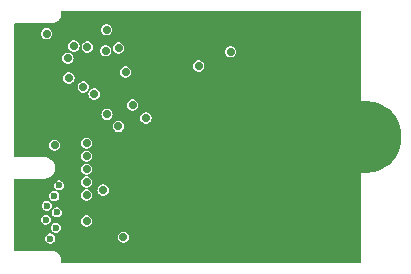
<source format=gbr>
G04 #@! TF.GenerationSoftware,KiCad,Pcbnew,7.0.2-1.fc38*
G04 #@! TF.CreationDate,2023-05-11T21:02:33-04:00*
G04 #@! TF.ProjectId,m2-sd-card,6d322d73-642d-4636-9172-642e6b696361,v0.5.0*
G04 #@! TF.SameCoordinates,PX71581d0PY6410748*
G04 #@! TF.FileFunction,Copper,L3,Inr*
G04 #@! TF.FilePolarity,Positive*
%FSLAX46Y46*%
G04 Gerber Fmt 4.6, Leading zero omitted, Abs format (unit mm)*
G04 Created by KiCad (PCBNEW 7.0.2-1.fc38) date 2023-05-11 21:02:33*
%MOMM*%
%LPD*%
G01*
G04 APERTURE LIST*
G04 #@! TA.AperFunction,ComponentPad*
%ADD10C,6.150000*%
G04 #@! TD*
G04 #@! TA.AperFunction,ViaPad*
%ADD11C,0.700000*%
G04 #@! TD*
G04 #@! TA.AperFunction,ViaPad*
%ADD12C,0.600000*%
G04 #@! TD*
G04 APERTURE END LIST*
D10*
X30000000Y9925000D03*
D11*
X11478076Y11530967D03*
X3738533Y9224369D03*
D12*
X3380600Y1327027D03*
D11*
X6450000Y6100000D03*
X3070000Y18675000D03*
X6450000Y3900000D03*
X6450000Y10950000D03*
X4015172Y674666D03*
X15550000Y19025000D03*
X3850000Y11725000D03*
X13850000Y16025000D03*
X12350000Y20125000D03*
X7173340Y19675131D03*
X10619000Y14230436D03*
X14550000Y19025000D03*
X13850000Y15025000D03*
X4950000Y20175270D03*
D12*
X2991924Y13031807D03*
D11*
X4750000Y13925000D03*
X14550000Y20125000D03*
X4868427Y16593365D03*
D12*
X3848486Y2240268D03*
D11*
X8150000Y19001817D03*
D12*
X3018866Y2927744D03*
D11*
X9750000Y15425000D03*
X18650000Y17145000D03*
X9562817Y1430315D03*
D12*
X3916335Y3538267D03*
D11*
X6510859Y17544327D03*
X5372538Y17632817D03*
D12*
X3087158Y4108586D03*
D11*
X9163172Y17455814D03*
D12*
X3712216Y4921620D03*
X4130000Y5825000D03*
D11*
X8076503Y17225000D03*
X10350000Y12625000D03*
X6450000Y9400000D03*
X9150000Y10825000D03*
X6450000Y8300000D03*
X8183155Y11841617D03*
X6450000Y7200000D03*
X6450000Y5000000D03*
X4950000Y14925000D03*
X7095728Y13560982D03*
X6450000Y2800000D03*
X7850000Y5425000D03*
X6169565Y14166662D03*
X15950000Y15925000D03*
G04 #@! TA.AperFunction,Conductor*
G36*
X29681194Y20606194D02*
G01*
X29699500Y20562000D01*
X29699500Y-712000D01*
X29681194Y-756194D01*
X29637000Y-774500D01*
X4363000Y-774500D01*
X4318806Y-756194D01*
X4300500Y-712000D01*
X4300500Y-472156D01*
X4300500Y-421158D01*
X4269737Y-266503D01*
X4209394Y-120821D01*
X4121789Y10289D01*
X4010289Y121789D01*
X3879179Y209394D01*
X3733497Y269737D01*
X3733495Y269738D01*
X3578843Y300500D01*
X3578842Y300500D01*
X3556173Y300500D01*
X363000Y300500D01*
X318806Y318806D01*
X300500Y363000D01*
X300500Y1327027D01*
X2948703Y1327027D01*
X2966199Y1205348D01*
X3017265Y1093527D01*
X3097768Y1000622D01*
X3201184Y934161D01*
X3319134Y899527D01*
X3319135Y899527D01*
X3442066Y899527D01*
X3501040Y916845D01*
X3560016Y934161D01*
X3663432Y1000622D01*
X3743934Y1093526D01*
X3795001Y1205348D01*
X3812496Y1327027D01*
X3797645Y1430315D01*
X9080406Y1430315D01*
X9099948Y1294404D01*
X9156987Y1169504D01*
X9246906Y1065734D01*
X9362416Y991499D01*
X9494162Y952815D01*
X9494163Y952815D01*
X9631472Y952815D01*
X9763217Y991499D01*
X9763216Y991499D01*
X9878728Y1065734D01*
X9968646Y1169504D01*
X10025686Y1294404D01*
X10045227Y1430315D01*
X10025686Y1566226D01*
X9968646Y1691126D01*
X9968646Y1691127D01*
X9878727Y1794897D01*
X9763217Y1869132D01*
X9631472Y1907815D01*
X9631471Y1907815D01*
X9494163Y1907815D01*
X9494162Y1907815D01*
X9362416Y1869132D01*
X9246906Y1794897D01*
X9156987Y1691127D01*
X9099948Y1566227D01*
X9080406Y1430315D01*
X3797645Y1430315D01*
X3795001Y1448706D01*
X3743934Y1560528D01*
X3663432Y1653432D01*
X3663431Y1653433D01*
X3560015Y1719894D01*
X3442066Y1754527D01*
X3442065Y1754527D01*
X3319135Y1754527D01*
X3319134Y1754527D01*
X3201184Y1719894D01*
X3097768Y1653433D01*
X3017265Y1560528D01*
X2966199Y1448707D01*
X2948703Y1327027D01*
X300500Y1327027D01*
X300500Y2240269D01*
X3416589Y2240269D01*
X3434085Y2118589D01*
X3485151Y2006768D01*
X3565654Y1913863D01*
X3669070Y1847402D01*
X3787020Y1812768D01*
X3787021Y1812768D01*
X3909952Y1812768D01*
X3968926Y1830085D01*
X4027902Y1847402D01*
X4131318Y1913863D01*
X4211820Y2006767D01*
X4262887Y2118589D01*
X4280382Y2240268D01*
X4262887Y2361947D01*
X4211820Y2473769D01*
X4131318Y2566673D01*
X4131317Y2566674D01*
X4027901Y2633135D01*
X3909952Y2667768D01*
X3909951Y2667768D01*
X3787021Y2667768D01*
X3787020Y2667768D01*
X3669070Y2633135D01*
X3565654Y2566674D01*
X3485151Y2473769D01*
X3434085Y2361948D01*
X3416589Y2240269D01*
X300500Y2240269D01*
X300500Y2927745D01*
X2586969Y2927745D01*
X2604465Y2806065D01*
X2655531Y2694244D01*
X2736034Y2601339D01*
X2839450Y2534878D01*
X2957400Y2500244D01*
X2957401Y2500244D01*
X3080332Y2500244D01*
X3139306Y2517561D01*
X3198282Y2534878D01*
X3301698Y2601339D01*
X3382200Y2694243D01*
X3430497Y2800000D01*
X5967589Y2800000D01*
X5987131Y2664089D01*
X6044170Y2539189D01*
X6134089Y2435419D01*
X6249599Y2361184D01*
X6381345Y2322500D01*
X6381346Y2322500D01*
X6518655Y2322500D01*
X6650400Y2361184D01*
X6651589Y2361948D01*
X6765911Y2435419D01*
X6855829Y2539189D01*
X6912869Y2664089D01*
X6932410Y2800000D01*
X6912869Y2935911D01*
X6861030Y3049423D01*
X6855829Y3060812D01*
X6765910Y3164582D01*
X6650400Y3238817D01*
X6518655Y3277500D01*
X6518654Y3277500D01*
X6381346Y3277500D01*
X6381345Y3277500D01*
X6249599Y3238817D01*
X6134089Y3164582D01*
X6044170Y3060812D01*
X5987131Y2935912D01*
X5967589Y2800000D01*
X3430497Y2800000D01*
X3433267Y2806065D01*
X3450762Y2927744D01*
X3433267Y3049423D01*
X3382200Y3161245D01*
X3301698Y3254149D01*
X3301697Y3254150D01*
X3198281Y3320611D01*
X3080332Y3355244D01*
X3080331Y3355244D01*
X2957401Y3355244D01*
X2957400Y3355244D01*
X2839450Y3320611D01*
X2736034Y3254150D01*
X2655531Y3161245D01*
X2604465Y3049424D01*
X2586969Y2927745D01*
X300500Y2927745D01*
X300500Y3538268D01*
X3484438Y3538268D01*
X3501934Y3416588D01*
X3553000Y3304767D01*
X3633503Y3211862D01*
X3736919Y3145401D01*
X3854869Y3110767D01*
X3854870Y3110767D01*
X3977801Y3110767D01*
X4036775Y3128084D01*
X4095751Y3145401D01*
X4199167Y3211862D01*
X4279669Y3304766D01*
X4330736Y3416588D01*
X4348231Y3538267D01*
X4330736Y3659946D01*
X4279669Y3771768D01*
X4199167Y3864672D01*
X4199166Y3864673D01*
X4095750Y3931134D01*
X3977801Y3965767D01*
X3977800Y3965767D01*
X3854870Y3965767D01*
X3854869Y3965767D01*
X3736919Y3931134D01*
X3633503Y3864673D01*
X3553000Y3771768D01*
X3501934Y3659947D01*
X3484438Y3538268D01*
X300500Y3538268D01*
X300500Y4108586D01*
X2655261Y4108586D01*
X2672757Y3986907D01*
X2723823Y3875086D01*
X2804326Y3782181D01*
X2907742Y3715720D01*
X3025692Y3681086D01*
X3025693Y3681086D01*
X3148624Y3681086D01*
X3207598Y3698403D01*
X3266574Y3715720D01*
X3369990Y3782181D01*
X3450492Y3875085D01*
X3501559Y3986907D01*
X3519054Y4108586D01*
X3501559Y4230265D01*
X3450492Y4342087D01*
X3369990Y4434991D01*
X3369989Y4434992D01*
X3266573Y4501453D01*
X3148624Y4536086D01*
X3148623Y4536086D01*
X3025693Y4536086D01*
X3025692Y4536086D01*
X2907742Y4501453D01*
X2804326Y4434992D01*
X2723823Y4342087D01*
X2672757Y4230266D01*
X2655261Y4108586D01*
X300500Y4108586D01*
X300500Y4921620D01*
X3280319Y4921620D01*
X3297815Y4799941D01*
X3348881Y4688120D01*
X3429384Y4595215D01*
X3532800Y4528754D01*
X3650750Y4494120D01*
X3650751Y4494120D01*
X3773682Y4494120D01*
X3832656Y4511437D01*
X3891632Y4528754D01*
X3995048Y4595215D01*
X4075550Y4688119D01*
X4126617Y4799941D01*
X4144112Y4921620D01*
X4132842Y5000001D01*
X5967589Y5000001D01*
X5987131Y4864089D01*
X6044170Y4739189D01*
X6134089Y4635419D01*
X6249599Y4561184D01*
X6381345Y4522500D01*
X6381346Y4522500D01*
X6518655Y4522500D01*
X6650400Y4561184D01*
X6650400Y4561185D01*
X6765911Y4635419D01*
X6855829Y4739189D01*
X6912869Y4864089D01*
X6932410Y5000000D01*
X6912869Y5135911D01*
X6881877Y5203772D01*
X6855829Y5260812D01*
X6765910Y5364582D01*
X6671899Y5425000D01*
X7367589Y5425000D01*
X7387131Y5289089D01*
X7444170Y5164189D01*
X7534089Y5060419D01*
X7649599Y4986184D01*
X7781345Y4947500D01*
X7781346Y4947500D01*
X7918655Y4947500D01*
X8050400Y4986184D01*
X8071898Y5000000D01*
X8165911Y5060419D01*
X8255829Y5164189D01*
X8312869Y5289089D01*
X8332410Y5425000D01*
X8312869Y5560911D01*
X8255829Y5685811D01*
X8255829Y5685812D01*
X8165910Y5789582D01*
X8050400Y5863817D01*
X7918655Y5902500D01*
X7918654Y5902500D01*
X7781346Y5902500D01*
X7781345Y5902500D01*
X7649599Y5863817D01*
X7534089Y5789582D01*
X7444170Y5685812D01*
X7387131Y5560912D01*
X7367589Y5425000D01*
X6671899Y5425000D01*
X6650400Y5438817D01*
X6518655Y5477500D01*
X6518654Y5477500D01*
X6381346Y5477500D01*
X6381345Y5477500D01*
X6249599Y5438817D01*
X6134089Y5364582D01*
X6044170Y5260812D01*
X5987131Y5135912D01*
X5967589Y5000001D01*
X4132842Y5000001D01*
X4126617Y5043299D01*
X4075550Y5155121D01*
X3995048Y5248025D01*
X3995047Y5248026D01*
X3891631Y5314487D01*
X3773682Y5349120D01*
X3773681Y5349120D01*
X3650751Y5349120D01*
X3650750Y5349120D01*
X3532800Y5314487D01*
X3429384Y5248026D01*
X3348881Y5155121D01*
X3297815Y5043300D01*
X3280319Y4921620D01*
X300500Y4921620D01*
X300500Y5825001D01*
X3698103Y5825001D01*
X3715599Y5703321D01*
X3766665Y5591500D01*
X3847168Y5498595D01*
X3950584Y5432134D01*
X4068534Y5397500D01*
X4068535Y5397500D01*
X4191466Y5397500D01*
X4285120Y5425000D01*
X4309416Y5432134D01*
X4412832Y5498595D01*
X4493334Y5591499D01*
X4544401Y5703321D01*
X4561896Y5825000D01*
X4544401Y5946679D01*
X4493334Y6058501D01*
X4457375Y6100000D01*
X5967589Y6100000D01*
X5987131Y5964089D01*
X6044170Y5839189D01*
X6134089Y5735419D01*
X6249599Y5661184D01*
X6381345Y5622500D01*
X6381346Y5622500D01*
X6518655Y5622500D01*
X6650400Y5661184D01*
X6688720Y5685811D01*
X6765911Y5735419D01*
X6855829Y5839189D01*
X6912869Y5964089D01*
X6932410Y6100000D01*
X6912869Y6235911D01*
X6855829Y6360811D01*
X6855829Y6360812D01*
X6765910Y6464582D01*
X6650400Y6538817D01*
X6518655Y6577500D01*
X6518654Y6577500D01*
X6381346Y6577500D01*
X6381345Y6577500D01*
X6249599Y6538817D01*
X6134089Y6464582D01*
X6044170Y6360812D01*
X5987131Y6235912D01*
X5967589Y6100000D01*
X4457375Y6100000D01*
X4412832Y6151405D01*
X4412831Y6151406D01*
X4309415Y6217867D01*
X4191466Y6252500D01*
X4191465Y6252500D01*
X4068535Y6252500D01*
X4068534Y6252500D01*
X3950584Y6217867D01*
X3847168Y6151406D01*
X3766665Y6058501D01*
X3715599Y5946680D01*
X3698103Y5825001D01*
X300500Y5825001D01*
X300500Y6337000D01*
X318806Y6381194D01*
X363000Y6399500D01*
X2988692Y6399500D01*
X3032184Y6408152D01*
X3162666Y6434106D01*
X3326547Y6501987D01*
X3474035Y6600536D01*
X3599464Y6725965D01*
X3698013Y6873453D01*
X3765894Y7037334D01*
X3798250Y7200000D01*
X5967589Y7200000D01*
X5987131Y7064089D01*
X6044170Y6939189D01*
X6134089Y6835419D01*
X6249599Y6761184D01*
X6381345Y6722500D01*
X6381346Y6722500D01*
X6518655Y6722500D01*
X6650400Y6761184D01*
X6703953Y6795601D01*
X6765911Y6835419D01*
X6855829Y6939189D01*
X6912869Y7064089D01*
X6932410Y7200000D01*
X6912869Y7335911D01*
X6855829Y7460811D01*
X6855829Y7460812D01*
X6765910Y7564582D01*
X6650400Y7638817D01*
X6518655Y7677500D01*
X6518654Y7677500D01*
X6381346Y7677500D01*
X6381345Y7677500D01*
X6249599Y7638817D01*
X6134089Y7564582D01*
X6044170Y7460812D01*
X5987131Y7335912D01*
X5967589Y7200000D01*
X3798250Y7200000D01*
X3800500Y7211309D01*
X3800500Y7388691D01*
X3765894Y7562666D01*
X3698013Y7726547D01*
X3599464Y7874035D01*
X3474035Y7999464D01*
X3326547Y8098013D01*
X3162666Y8165894D01*
X3162664Y8165895D01*
X3162663Y8165895D01*
X2988692Y8200500D01*
X2988691Y8200500D01*
X2956173Y8200500D01*
X363000Y8200500D01*
X318806Y8218806D01*
X300500Y8263000D01*
X300500Y8300001D01*
X5967589Y8300001D01*
X5987131Y8164089D01*
X6044170Y8039189D01*
X6134089Y7935419D01*
X6249599Y7861184D01*
X6381345Y7822500D01*
X6381346Y7822500D01*
X6518655Y7822500D01*
X6650400Y7861184D01*
X6650399Y7861185D01*
X6765911Y7935419D01*
X6855829Y8039189D01*
X6912869Y8164089D01*
X6932410Y8300000D01*
X6912869Y8435911D01*
X6855829Y8560811D01*
X6855829Y8560812D01*
X6765910Y8664582D01*
X6650400Y8738817D01*
X6518655Y8777500D01*
X6518654Y8777500D01*
X6381346Y8777500D01*
X6381345Y8777500D01*
X6249599Y8738817D01*
X6134089Y8664582D01*
X6044170Y8560812D01*
X5987131Y8435912D01*
X5967589Y8300001D01*
X300500Y8300001D01*
X300500Y9224369D01*
X3256122Y9224369D01*
X3275664Y9088458D01*
X3332703Y8963558D01*
X3422622Y8859788D01*
X3538132Y8785553D01*
X3669878Y8746869D01*
X3669879Y8746869D01*
X3807188Y8746869D01*
X3938933Y8785553D01*
X3938932Y8785554D01*
X4054444Y8859788D01*
X4144362Y8963558D01*
X4201402Y9088458D01*
X4220943Y9224369D01*
X4201402Y9360280D01*
X4183262Y9400001D01*
X5967589Y9400001D01*
X5987131Y9264089D01*
X6044170Y9139189D01*
X6134089Y9035419D01*
X6249599Y8961184D01*
X6381345Y8922500D01*
X6381346Y8922500D01*
X6518655Y8922500D01*
X6650400Y8961184D01*
X6654094Y8963558D01*
X6765911Y9035419D01*
X6855829Y9139189D01*
X6912869Y9264089D01*
X6932410Y9400000D01*
X6912869Y9535911D01*
X6855829Y9660811D01*
X6855829Y9660812D01*
X6765910Y9764582D01*
X6650400Y9838817D01*
X6518655Y9877500D01*
X6518654Y9877500D01*
X6381346Y9877500D01*
X6381345Y9877500D01*
X6249599Y9838817D01*
X6134089Y9764582D01*
X6044170Y9660812D01*
X5987131Y9535912D01*
X5967589Y9400001D01*
X4183262Y9400001D01*
X4144362Y9485180D01*
X4144362Y9485181D01*
X4054443Y9588951D01*
X3938933Y9663186D01*
X3807188Y9701869D01*
X3807187Y9701869D01*
X3669879Y9701869D01*
X3669878Y9701869D01*
X3538132Y9663186D01*
X3422622Y9588951D01*
X3332703Y9485181D01*
X3275664Y9360281D01*
X3256122Y9224369D01*
X300500Y9224369D01*
X300500Y10825001D01*
X8667589Y10825001D01*
X8687131Y10689089D01*
X8744170Y10564189D01*
X8834089Y10460419D01*
X8949599Y10386184D01*
X9081345Y10347500D01*
X9081346Y10347500D01*
X9218655Y10347500D01*
X9350400Y10386184D01*
X9465911Y10460419D01*
X9555829Y10564189D01*
X9612869Y10689089D01*
X9632410Y10825000D01*
X9612869Y10960911D01*
X9555829Y11085811D01*
X9555829Y11085812D01*
X9465910Y11189582D01*
X9350400Y11263817D01*
X9218655Y11302500D01*
X9218654Y11302500D01*
X9081346Y11302500D01*
X9081345Y11302500D01*
X8949599Y11263817D01*
X8834089Y11189582D01*
X8744170Y11085812D01*
X8687131Y10960912D01*
X8667589Y10825001D01*
X300500Y10825001D01*
X300500Y11841618D01*
X7700744Y11841618D01*
X7720286Y11705706D01*
X7777325Y11580806D01*
X7867244Y11477036D01*
X7982754Y11402801D01*
X8114500Y11364117D01*
X8114501Y11364117D01*
X8251810Y11364117D01*
X8383555Y11402801D01*
X8383555Y11402802D01*
X8499066Y11477036D01*
X8545798Y11530967D01*
X10995665Y11530967D01*
X11015207Y11395056D01*
X11072246Y11270156D01*
X11162165Y11166386D01*
X11277675Y11092151D01*
X11409421Y11053467D01*
X11409422Y11053467D01*
X11546731Y11053467D01*
X11678476Y11092151D01*
X11678475Y11092152D01*
X11793987Y11166386D01*
X11883905Y11270156D01*
X11940945Y11395056D01*
X11960486Y11530967D01*
X11940945Y11666878D01*
X11883905Y11791778D01*
X11883905Y11791779D01*
X11793986Y11895549D01*
X11678476Y11969784D01*
X11546731Y12008467D01*
X11546730Y12008467D01*
X11409422Y12008467D01*
X11409421Y12008467D01*
X11277675Y11969784D01*
X11162165Y11895549D01*
X11072246Y11791779D01*
X11015207Y11666879D01*
X10995665Y11530967D01*
X8545798Y11530967D01*
X8588984Y11580806D01*
X8646024Y11705706D01*
X8665565Y11841617D01*
X8646024Y11977528D01*
X8588984Y12102428D01*
X8588984Y12102429D01*
X8499065Y12206199D01*
X8383555Y12280434D01*
X8251810Y12319117D01*
X8251809Y12319117D01*
X8114501Y12319117D01*
X8114500Y12319117D01*
X7982754Y12280434D01*
X7867244Y12206199D01*
X7777325Y12102429D01*
X7720286Y11977529D01*
X7700744Y11841618D01*
X300500Y11841618D01*
X300500Y12625000D01*
X9867589Y12625000D01*
X9887131Y12489089D01*
X9944170Y12364189D01*
X10034089Y12260419D01*
X10149599Y12186184D01*
X10281345Y12147500D01*
X10281346Y12147500D01*
X10418655Y12147500D01*
X10550400Y12186184D01*
X10581542Y12206198D01*
X10665911Y12260419D01*
X10755829Y12364189D01*
X10812869Y12489089D01*
X10832410Y12625000D01*
X10812869Y12760911D01*
X10755829Y12885811D01*
X10755829Y12885812D01*
X10665910Y12989582D01*
X10550400Y13063817D01*
X10418655Y13102500D01*
X10418654Y13102500D01*
X10281346Y13102500D01*
X10281345Y13102500D01*
X10149599Y13063817D01*
X10034089Y12989582D01*
X9944170Y12885812D01*
X9887131Y12760912D01*
X9867589Y12625000D01*
X300500Y12625000D01*
X300500Y13560982D01*
X6613317Y13560982D01*
X6632859Y13425071D01*
X6689898Y13300171D01*
X6779817Y13196401D01*
X6895327Y13122166D01*
X7027073Y13083482D01*
X7027074Y13083482D01*
X7164383Y13083482D01*
X7296128Y13122166D01*
X7296127Y13122166D01*
X7411639Y13196401D01*
X7501557Y13300171D01*
X7558597Y13425071D01*
X7578138Y13560982D01*
X7558597Y13696893D01*
X7501557Y13821793D01*
X7501557Y13821794D01*
X7411638Y13925564D01*
X7296128Y13999799D01*
X7164383Y14038482D01*
X7164382Y14038482D01*
X7027074Y14038482D01*
X7027073Y14038482D01*
X6895327Y13999799D01*
X6779817Y13925564D01*
X6689898Y13821794D01*
X6632859Y13696894D01*
X6613317Y13560982D01*
X300500Y13560982D01*
X300500Y14166662D01*
X5687154Y14166662D01*
X5706696Y14030751D01*
X5763735Y13905851D01*
X5853654Y13802081D01*
X5969164Y13727846D01*
X6100910Y13689162D01*
X6100911Y13689162D01*
X6238220Y13689162D01*
X6369965Y13727846D01*
X6369965Y13727847D01*
X6485476Y13802081D01*
X6575394Y13905851D01*
X6632434Y14030751D01*
X6651975Y14166662D01*
X6632434Y14302573D01*
X6575394Y14427473D01*
X6575394Y14427474D01*
X6485475Y14531244D01*
X6369965Y14605479D01*
X6238220Y14644162D01*
X6238219Y14644162D01*
X6100911Y14644162D01*
X6100910Y14644162D01*
X5969164Y14605479D01*
X5853654Y14531244D01*
X5763735Y14427474D01*
X5706696Y14302574D01*
X5687154Y14166662D01*
X300500Y14166662D01*
X300500Y14925000D01*
X4467589Y14925000D01*
X4487131Y14789089D01*
X4544170Y14664189D01*
X4634089Y14560419D01*
X4749599Y14486184D01*
X4881345Y14447500D01*
X4881346Y14447500D01*
X5018655Y14447500D01*
X5150400Y14486184D01*
X5265911Y14560419D01*
X5355829Y14664189D01*
X5412869Y14789089D01*
X5432410Y14925000D01*
X5412869Y15060911D01*
X5381877Y15128772D01*
X5355829Y15185812D01*
X5265910Y15289582D01*
X5150400Y15363817D01*
X5018655Y15402500D01*
X5018654Y15402500D01*
X4881346Y15402500D01*
X4881345Y15402500D01*
X4749599Y15363817D01*
X4634089Y15289582D01*
X4544170Y15185812D01*
X4487131Y15060912D01*
X4467589Y14925000D01*
X300500Y14925000D01*
X300500Y15425000D01*
X9267589Y15425000D01*
X9287131Y15289089D01*
X9344170Y15164189D01*
X9434089Y15060419D01*
X9549599Y14986184D01*
X9681345Y14947500D01*
X9681346Y14947500D01*
X9818655Y14947500D01*
X9950400Y14986184D01*
X9950399Y14986184D01*
X10065911Y15060419D01*
X10155829Y15164189D01*
X10212869Y15289089D01*
X10232410Y15425000D01*
X10212869Y15560911D01*
X10181877Y15628773D01*
X10155829Y15685812D01*
X10065910Y15789582D01*
X9950400Y15863817D01*
X9818655Y15902500D01*
X9818654Y15902500D01*
X9681346Y15902500D01*
X9681345Y15902500D01*
X9549599Y15863817D01*
X9434089Y15789582D01*
X9344170Y15685812D01*
X9287131Y15560912D01*
X9267589Y15425000D01*
X300500Y15425000D01*
X300500Y15925000D01*
X15467589Y15925000D01*
X15487131Y15789089D01*
X15544170Y15664189D01*
X15634089Y15560419D01*
X15749599Y15486184D01*
X15881345Y15447500D01*
X15881346Y15447500D01*
X16018655Y15447500D01*
X16150400Y15486184D01*
X16150399Y15486185D01*
X16265911Y15560419D01*
X16355829Y15664189D01*
X16412869Y15789089D01*
X16432410Y15925000D01*
X16412869Y16060911D01*
X16355829Y16185811D01*
X16355829Y16185812D01*
X16265910Y16289582D01*
X16150400Y16363817D01*
X16018655Y16402500D01*
X16018654Y16402500D01*
X15881346Y16402500D01*
X15881345Y16402500D01*
X15749599Y16363817D01*
X15634089Y16289582D01*
X15544170Y16185812D01*
X15487131Y16060912D01*
X15467589Y15925000D01*
X300500Y15925000D01*
X300500Y16593366D01*
X4386016Y16593366D01*
X4405558Y16457454D01*
X4462597Y16332554D01*
X4552516Y16228784D01*
X4668026Y16154549D01*
X4799772Y16115865D01*
X4799773Y16115865D01*
X4937082Y16115865D01*
X5068827Y16154549D01*
X5117471Y16185811D01*
X5184338Y16228784D01*
X5274256Y16332554D01*
X5331296Y16457454D01*
X5350837Y16593365D01*
X5331296Y16729276D01*
X5274256Y16854176D01*
X5274256Y16854177D01*
X5184337Y16957947D01*
X5068827Y17032182D01*
X4937082Y17070865D01*
X4937081Y17070865D01*
X4799773Y17070865D01*
X4799772Y17070865D01*
X4668026Y17032182D01*
X4552516Y16957947D01*
X4462597Y16854177D01*
X4405558Y16729277D01*
X4386016Y16593366D01*
X300500Y16593366D01*
X300500Y17632817D01*
X4890127Y17632817D01*
X4909669Y17496906D01*
X4966708Y17372006D01*
X5056627Y17268236D01*
X5172137Y17194001D01*
X5303883Y17155317D01*
X5303884Y17155317D01*
X5441193Y17155317D01*
X5572938Y17194001D01*
X5621173Y17225000D01*
X5688449Y17268236D01*
X5778367Y17372006D01*
X5835407Y17496906D01*
X5842225Y17544327D01*
X6028448Y17544327D01*
X6047990Y17408416D01*
X6105029Y17283516D01*
X6194948Y17179746D01*
X6310458Y17105511D01*
X6442204Y17066827D01*
X6442205Y17066827D01*
X6579514Y17066827D01*
X6711259Y17105511D01*
X6826770Y17179746D01*
X6865983Y17225000D01*
X7594092Y17225000D01*
X7613634Y17089089D01*
X7670673Y16964189D01*
X7760592Y16860419D01*
X7876102Y16786184D01*
X8007848Y16747500D01*
X8007849Y16747500D01*
X8145158Y16747500D01*
X8276903Y16786184D01*
X8392414Y16860419D01*
X8482332Y16964189D01*
X8539372Y17089089D01*
X8558913Y17225000D01*
X8539372Y17360911D01*
X8496031Y17455814D01*
X8680761Y17455814D01*
X8700303Y17319903D01*
X8757342Y17195003D01*
X8847261Y17091233D01*
X8962771Y17016998D01*
X9094517Y16978314D01*
X9094518Y16978314D01*
X9231827Y16978314D01*
X9363572Y17016998D01*
X9387197Y17032181D01*
X9479083Y17091233D01*
X9525674Y17145001D01*
X18167589Y17145001D01*
X18187131Y17009089D01*
X18244170Y16884189D01*
X18334089Y16780419D01*
X18449599Y16706184D01*
X18581345Y16667500D01*
X18581346Y16667500D01*
X18718655Y16667500D01*
X18850400Y16706184D01*
X18850400Y16706185D01*
X18965911Y16780419D01*
X19055829Y16884189D01*
X19112869Y17009089D01*
X19132410Y17145000D01*
X19112869Y17280911D01*
X19055829Y17405811D01*
X19055829Y17405812D01*
X18965910Y17509582D01*
X18850400Y17583817D01*
X18718655Y17622500D01*
X18718654Y17622500D01*
X18581346Y17622500D01*
X18581345Y17622500D01*
X18449599Y17583817D01*
X18334089Y17509582D01*
X18244170Y17405812D01*
X18187131Y17280912D01*
X18167589Y17145001D01*
X9525674Y17145001D01*
X9569001Y17195003D01*
X9626041Y17319903D01*
X9645582Y17455814D01*
X9626041Y17591725D01*
X9593118Y17663817D01*
X9569001Y17716626D01*
X9479082Y17820396D01*
X9363572Y17894631D01*
X9231827Y17933314D01*
X9231826Y17933314D01*
X9094518Y17933314D01*
X9094517Y17933314D01*
X8962771Y17894631D01*
X8847261Y17820396D01*
X8757342Y17716626D01*
X8700303Y17591726D01*
X8680761Y17455814D01*
X8496031Y17455814D01*
X8482332Y17485811D01*
X8482332Y17485812D01*
X8397409Y17583816D01*
X8392414Y17589581D01*
X8392413Y17589582D01*
X8276903Y17663817D01*
X8145158Y17702500D01*
X8145157Y17702500D01*
X8007849Y17702500D01*
X8007848Y17702500D01*
X7876102Y17663817D01*
X7760592Y17589582D01*
X7670673Y17485812D01*
X7613634Y17360912D01*
X7594092Y17225000D01*
X6865983Y17225000D01*
X6916688Y17283516D01*
X6973728Y17408416D01*
X6993269Y17544327D01*
X6973728Y17680238D01*
X6933316Y17768728D01*
X6916688Y17805139D01*
X6826769Y17908909D01*
X6711259Y17983144D01*
X6579514Y18021827D01*
X6579513Y18021827D01*
X6442205Y18021827D01*
X6442204Y18021827D01*
X6310458Y17983144D01*
X6194948Y17908909D01*
X6105029Y17805139D01*
X6047990Y17680239D01*
X6028448Y17544327D01*
X5842225Y17544327D01*
X5854948Y17632817D01*
X5835407Y17768728D01*
X5778367Y17893628D01*
X5778367Y17893629D01*
X5688448Y17997399D01*
X5572938Y18071634D01*
X5441193Y18110317D01*
X5441192Y18110317D01*
X5303884Y18110317D01*
X5303883Y18110317D01*
X5172137Y18071634D01*
X5056627Y17997399D01*
X4966708Y17893629D01*
X4909669Y17768729D01*
X4890127Y17632817D01*
X300500Y17632817D01*
X300500Y18675000D01*
X2587589Y18675000D01*
X2607131Y18539089D01*
X2664170Y18414189D01*
X2754089Y18310419D01*
X2869599Y18236184D01*
X3001345Y18197500D01*
X3001346Y18197500D01*
X3138655Y18197500D01*
X3270400Y18236184D01*
X3270399Y18236185D01*
X3385911Y18310419D01*
X3475829Y18414189D01*
X3532869Y18539089D01*
X3552410Y18675000D01*
X3532869Y18810911D01*
X3475829Y18935811D01*
X3475829Y18935812D01*
X3418634Y19001817D01*
X7667589Y19001817D01*
X7687131Y18865906D01*
X7744170Y18741006D01*
X7834089Y18637236D01*
X7949599Y18563001D01*
X8081345Y18524317D01*
X8081346Y18524317D01*
X8218655Y18524317D01*
X8350400Y18563001D01*
X8350399Y18563002D01*
X8465911Y18637236D01*
X8555829Y18741006D01*
X8612869Y18865906D01*
X8632410Y19001817D01*
X8612869Y19137728D01*
X8555829Y19262628D01*
X8555829Y19262629D01*
X8465910Y19366399D01*
X8350400Y19440634D01*
X8218655Y19479317D01*
X8218654Y19479317D01*
X8081346Y19479317D01*
X8081345Y19479317D01*
X7949599Y19440634D01*
X7834089Y19366399D01*
X7744170Y19262629D01*
X7687131Y19137729D01*
X7667589Y19001817D01*
X3418634Y19001817D01*
X3385910Y19039582D01*
X3270400Y19113817D01*
X3138655Y19152500D01*
X3138654Y19152500D01*
X3001346Y19152500D01*
X3001345Y19152500D01*
X2869599Y19113817D01*
X2754089Y19039582D01*
X2664170Y18935812D01*
X2607131Y18810912D01*
X2587589Y18675000D01*
X300500Y18675000D01*
X300500Y19487000D01*
X318806Y19531194D01*
X363000Y19549500D01*
X3578843Y19549500D01*
X3630393Y19559755D01*
X3733497Y19580263D01*
X3879179Y19640606D01*
X4010289Y19728211D01*
X4121789Y19839711D01*
X4209394Y19970821D01*
X4269737Y20116503D01*
X4300500Y20271158D01*
X4300500Y20350000D01*
X4300500Y20397595D01*
X4300500Y20423482D01*
X4300499Y20423484D01*
X4300500Y20562000D01*
X4318806Y20606194D01*
X4363000Y20624500D01*
X29637000Y20624500D01*
X29681194Y20606194D01*
G37*
G04 #@! TD.AperFunction*
M02*

</source>
